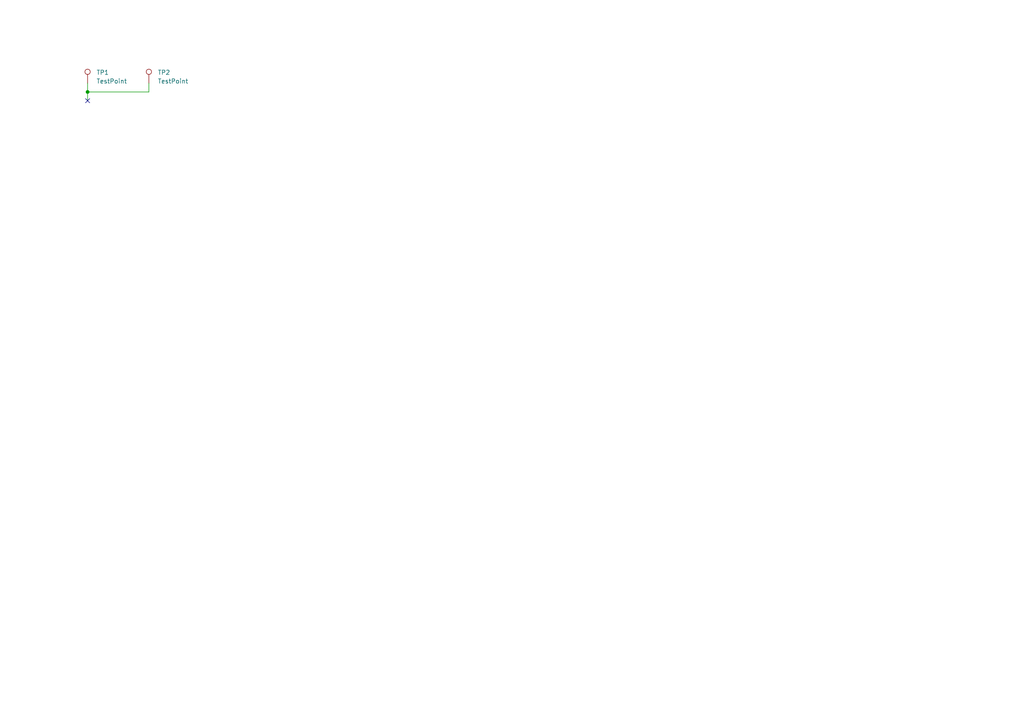
<source format=kicad_sch>
(kicad_sch (version 20210621) (generator eeschema)
  (paper "A4")
  (lib_symbols
    (symbol "Connector:TestPoint" (pin_numbers hide) (pin_names (offset 0.762) hide)
      (property "Reference" "TP" (at 0 6.858 0))
      (property "Value" "TestPoint" (at 0 5.08 0))
      (symbol "TestPoint_0_1"
        (circle (center 0 3.302) (radius 0.762))
      )
      (symbol "TestPoint_1_1"
        (pin passive line (at 0 0 90) (length 2.54) (name "1") (number "1"))
      )
    )
  )
  (junction (at 25.4 26.67) (diameter 0.9144))
  (no_connect (at 25.4 29.21))
  (wire (pts (xy 25.4 24.13) (xy 25.4 26.67)))
  (wire (pts (xy 25.4 26.67) (xy 25.4 29.21)))
  (wire (pts (xy 25.4 26.67) (xy 43.18 26.67)))
  (wire (pts (xy 43.18 26.67) (xy 43.18 24.13)))
  (symbol (lib_id "Connector:TestPoint") (at 25.4 24.13 0) (unit 1)
    (property "Reference" "TP1" (at 27.94 21.0184 0) (effects (justify left)))
    (property "Value" "TestPoint" (at 27.94 23.5584 0) (effects (justify left)))
  )
  (symbol (lib_id "Connector:TestPoint") (at 43.18 24.13 0) (unit 1)
    (property "Reference" "TP2" (at 45.72 21.0184 0) (effects (justify left)))
    (property "Value" "TestPoint" (at 45.72 23.5584 0) (effects (justify left)))
  )
)
</source>
